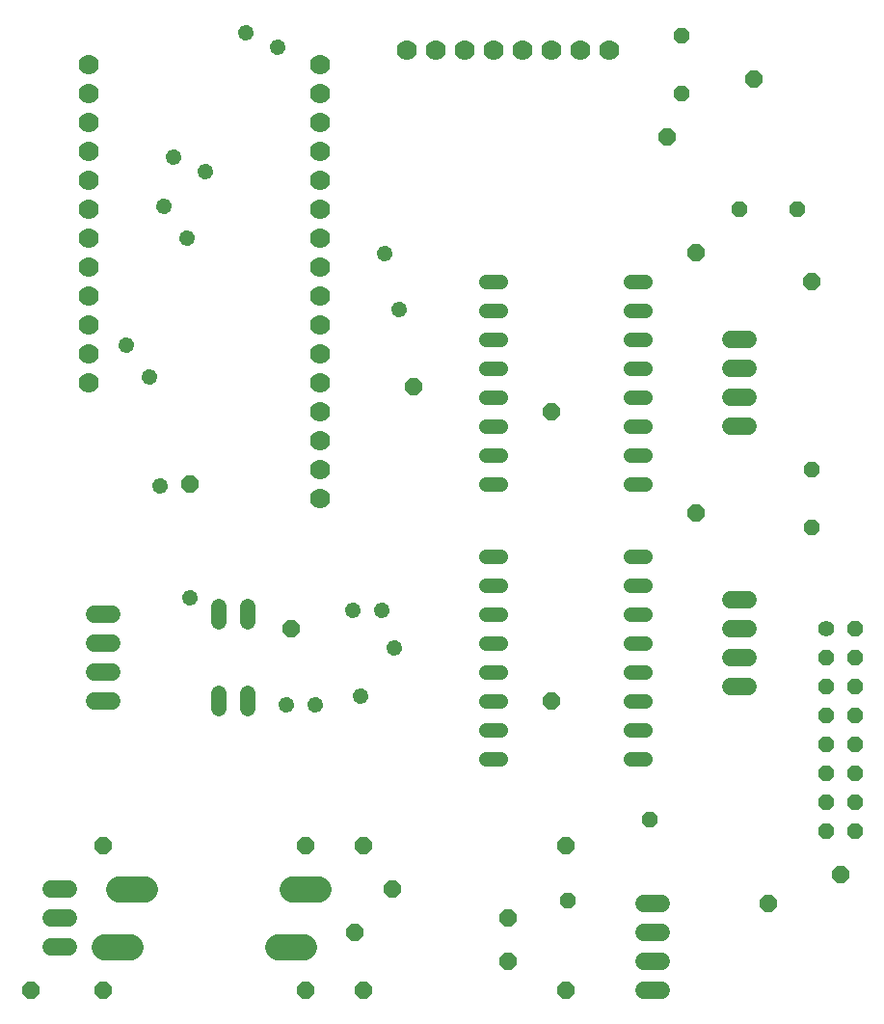
<source format=gbr>
G04 EAGLE Gerber RS-274X export*
G75*
%MOIN*%
%FSLAX34Y34*%
%LPD*%
%INBottom Copper*%
%IPPOS*%
%AMOC8*
5,1,8,0,0,1.08239X$1,22.5*%
G01*
%ADD10C,0.060000*%
%ADD11C,0.051496*%
%ADD12C,0.070000*%
%ADD13P,0.056284X8X82.500000*%
%ADD14P,0.056284X8X97.500000*%
%ADD15P,0.056284X8X22.500000*%
%ADD16P,0.056284X8X292.500000*%
%ADD17P,0.056284X8X127.500000*%
%ADD18P,0.056284X8X112.500000*%
%ADD19P,0.064943X8X22.500000*%
%ADD20P,0.056284X8X257.500000*%
%ADD21P,0.056284X8X77.500000*%
%ADD22C,0.052000*%
%ADD23P,0.056284X8X307.500000*%
%ADD24P,0.056284X8X67.500000*%
%ADD25C,0.088500*%
%ADD26C,0.056000*%
%ADD27P,0.060614X8X292.500000*%


D10*
X4200Y15000D02*
X4800Y15000D01*
X4800Y14000D02*
X4200Y14000D01*
X4200Y13000D02*
X4800Y13000D01*
X4800Y12000D02*
X4200Y12000D01*
D11*
X17743Y26500D02*
X18257Y26500D01*
X18257Y25500D02*
X17743Y25500D01*
X17743Y24500D02*
X18257Y24500D01*
X18257Y23500D02*
X17743Y23500D01*
X17743Y22500D02*
X18257Y22500D01*
X18257Y21500D02*
X17743Y21500D01*
X17743Y20500D02*
X18257Y20500D01*
X18257Y19500D02*
X17743Y19500D01*
X22743Y19500D02*
X23257Y19500D01*
X23257Y20500D02*
X22743Y20500D01*
X22743Y21500D02*
X23257Y21500D01*
X23257Y22500D02*
X22743Y22500D01*
X22743Y23500D02*
X23257Y23500D01*
X23257Y24500D02*
X22743Y24500D01*
X22743Y25500D02*
X23257Y25500D01*
X23257Y26500D02*
X22743Y26500D01*
X18257Y17000D02*
X17743Y17000D01*
X17743Y16000D02*
X18257Y16000D01*
X18257Y15000D02*
X17743Y15000D01*
X17743Y14000D02*
X18257Y14000D01*
X18257Y13000D02*
X17743Y13000D01*
X17743Y12000D02*
X18257Y12000D01*
X18257Y11000D02*
X17743Y11000D01*
X17743Y10000D02*
X18257Y10000D01*
X22743Y10000D02*
X23257Y10000D01*
X23257Y11000D02*
X22743Y11000D01*
X22743Y12000D02*
X23257Y12000D01*
X23257Y13000D02*
X22743Y13000D01*
X22743Y14000D02*
X23257Y14000D01*
X23257Y15000D02*
X22743Y15000D01*
X22743Y16000D02*
X23257Y16000D01*
X23257Y17000D02*
X22743Y17000D01*
D12*
X12000Y19000D03*
X12000Y20000D03*
X12000Y21000D03*
X12000Y22000D03*
X12000Y23000D03*
X12000Y24000D03*
X12000Y25000D03*
X12000Y26000D03*
X12000Y27000D03*
X12000Y28000D03*
X12000Y29000D03*
X12000Y30000D03*
X12000Y31000D03*
X12000Y32000D03*
X12000Y33000D03*
X12000Y34000D03*
X4000Y34000D03*
X4000Y33000D03*
X4000Y32000D03*
X4000Y31000D03*
X4000Y30000D03*
X4000Y29000D03*
X4000Y28000D03*
X4000Y27000D03*
X4000Y26000D03*
X4000Y25000D03*
X4000Y24000D03*
X4000Y23000D03*
D13*
X8050Y30285D03*
X10550Y34615D03*
X6950Y30785D03*
X9450Y35115D03*
D14*
X5303Y24285D03*
X6597Y29115D03*
X6103Y23185D03*
X7397Y28015D03*
D15*
X26500Y29000D03*
X28500Y29000D03*
D16*
X29000Y20000D03*
X29000Y18000D03*
D17*
X14759Y25534D03*
X14241Y27466D03*
D18*
X24500Y33000D03*
X24500Y35000D03*
D10*
X3300Y5500D02*
X2700Y5500D01*
X2700Y4500D02*
X3300Y4500D01*
X3300Y3500D02*
X2700Y3500D01*
X26200Y12500D02*
X26800Y12500D01*
X26800Y13500D02*
X26200Y13500D01*
X26200Y14500D02*
X26800Y14500D01*
X26800Y15500D02*
X26200Y15500D01*
D19*
X4500Y7000D03*
X4500Y2000D03*
X11500Y7000D03*
X11500Y2000D03*
X13500Y7000D03*
X13500Y2000D03*
X20500Y7000D03*
X20500Y2000D03*
D20*
X13147Y15138D03*
X10853Y11862D03*
D21*
X11853Y11862D03*
X14147Y15138D03*
X13426Y12181D03*
X14574Y13819D03*
D22*
X8500Y12260D02*
X8500Y11740D01*
X9500Y11740D02*
X9500Y12260D01*
X9500Y14740D02*
X9500Y15260D01*
X8500Y15260D02*
X8500Y14740D01*
D23*
X6482Y19432D03*
X7518Y15568D03*
D10*
X23200Y5000D02*
X23800Y5000D01*
X23800Y4000D02*
X23200Y4000D01*
X23200Y3000D02*
X23800Y3000D01*
X23800Y2000D02*
X23200Y2000D01*
X26200Y21500D02*
X26800Y21500D01*
X26800Y22500D02*
X26200Y22500D01*
X26200Y23500D02*
X26800Y23500D01*
X26800Y24500D02*
X26200Y24500D01*
D19*
X15250Y22850D03*
X11000Y14500D03*
X13200Y4000D03*
X7500Y19500D03*
X20000Y22000D03*
X20000Y12000D03*
X24000Y31500D03*
X27000Y33500D03*
D24*
X20586Y5086D03*
X23414Y7914D03*
D19*
X14500Y5500D03*
X30000Y6000D03*
X2000Y2000D03*
X27500Y5000D03*
X18500Y4500D03*
X18500Y3000D03*
X25000Y18500D03*
X25000Y27500D03*
X29000Y26500D03*
D25*
X11943Y5500D02*
X11058Y5500D01*
X5943Y5500D02*
X5058Y5500D01*
X5443Y3500D02*
X4558Y3500D01*
X10558Y3500D02*
X11443Y3500D01*
D26*
X29500Y14500D03*
D27*
X30500Y14500D03*
X29500Y13500D03*
X30500Y13500D03*
X29500Y12500D03*
X30500Y12500D03*
X29500Y11500D03*
X30500Y11500D03*
X29500Y10500D03*
X30500Y10500D03*
X29500Y9500D03*
X30500Y9500D03*
X29500Y8500D03*
X30500Y8500D03*
X29500Y7500D03*
X30500Y7500D03*
D12*
X19000Y34500D03*
X18000Y34500D03*
X20000Y34500D03*
X21000Y34500D03*
X22000Y34500D03*
X17000Y34500D03*
X16000Y34500D03*
X15000Y34500D03*
M02*

</source>
